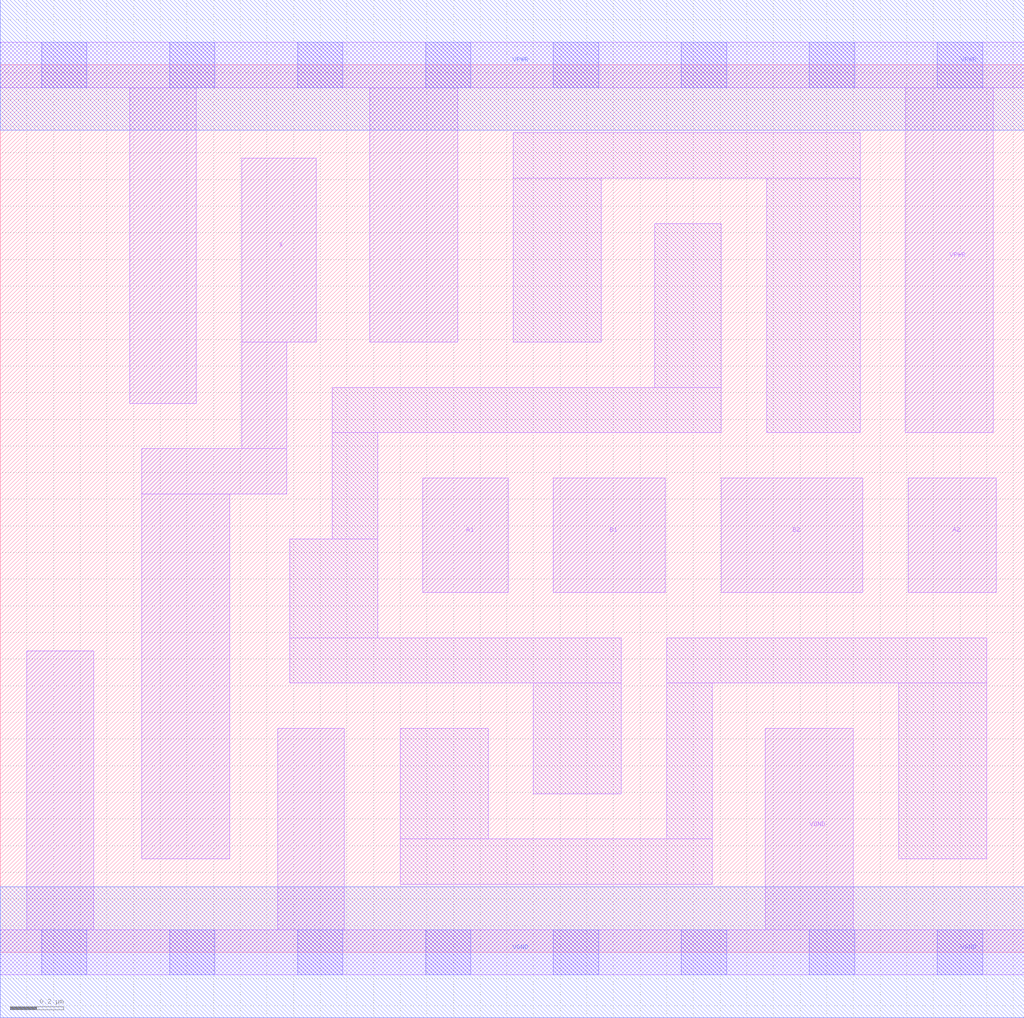
<source format=lef>
# Copyright 2020 The SkyWater PDK Authors
#
# Licensed under the Apache License, Version 2.0 (the "License");
# you may not use this file except in compliance with the License.
# You may obtain a copy of the License at
#
#     https://www.apache.org/licenses/LICENSE-2.0
#
# Unless required by applicable law or agreed to in writing, software
# distributed under the License is distributed on an "AS IS" BASIS,
# WITHOUT WARRANTIES OR CONDITIONS OF ANY KIND, either express or implied.
# See the License for the specific language governing permissions and
# limitations under the License.
#
# SPDX-License-Identifier: Apache-2.0

VERSION 5.7 ;
  NAMESCASESENSITIVE ON ;
  NOWIREEXTENSIONATPIN ON ;
  DIVIDERCHAR "/" ;
  BUSBITCHARS "[]" ;
UNITS
  DATABASE MICRONS 200 ;
END UNITS
MACRO sky130_fd_sc_hs__a22o_2
  CLASS CORE ;
  SOURCE USER ;
  FOREIGN sky130_fd_sc_hs__a22o_2 ;
  ORIGIN  0.000000  0.000000 ;
  SIZE  3.840000 BY  3.330000 ;
  SYMMETRY X Y ;
  SITE unit ;
  PIN A1
    ANTENNAGATEAREA  0.261000 ;
    DIRECTION INPUT ;
    USE SIGNAL ;
    PORT
      LAYER li1 ;
        RECT 1.585000 1.350000 1.905000 1.780000 ;
    END
  END A1
  PIN A2
    ANTENNAGATEAREA  0.261000 ;
    DIRECTION INPUT ;
    USE SIGNAL ;
    PORT
      LAYER li1 ;
        RECT 3.405000 1.350000 3.735000 1.780000 ;
    END
  END A2
  PIN B1
    ANTENNAGATEAREA  0.261000 ;
    DIRECTION INPUT ;
    USE SIGNAL ;
    PORT
      LAYER li1 ;
        RECT 2.075000 1.350000 2.495000 1.780000 ;
    END
  END B1
  PIN B2
    ANTENNAGATEAREA  0.261000 ;
    DIRECTION INPUT ;
    USE SIGNAL ;
    PORT
      LAYER li1 ;
        RECT 2.705000 1.350000 3.235000 1.780000 ;
    END
  END B2
  PIN X
    ANTENNADIFFAREA  0.543200 ;
    DIRECTION OUTPUT ;
    USE SIGNAL ;
    PORT
      LAYER li1 ;
        RECT 0.530000 0.350000 0.860000 1.720000 ;
        RECT 0.530000 1.720000 1.075000 1.890000 ;
        RECT 0.905000 1.890000 1.075000 2.290000 ;
        RECT 0.905000 2.290000 1.185000 2.980000 ;
    END
  END X
  PIN VGND
    DIRECTION INOUT ;
    USE GROUND ;
    PORT
      LAYER li1 ;
        RECT 0.000000 -0.085000 3.840000 0.085000 ;
        RECT 0.100000  0.085000 0.350000 1.130000 ;
        RECT 1.040000  0.085000 1.290000 0.840000 ;
        RECT 2.870000  0.085000 3.200000 0.840000 ;
      LAYER mcon ;
        RECT 0.155000 -0.085000 0.325000 0.085000 ;
        RECT 0.635000 -0.085000 0.805000 0.085000 ;
        RECT 1.115000 -0.085000 1.285000 0.085000 ;
        RECT 1.595000 -0.085000 1.765000 0.085000 ;
        RECT 2.075000 -0.085000 2.245000 0.085000 ;
        RECT 2.555000 -0.085000 2.725000 0.085000 ;
        RECT 3.035000 -0.085000 3.205000 0.085000 ;
        RECT 3.515000 -0.085000 3.685000 0.085000 ;
      LAYER met1 ;
        RECT 0.000000 -0.245000 3.840000 0.245000 ;
    END
  END VGND
  PIN VPWR
    DIRECTION INOUT ;
    USE POWER ;
    PORT
      LAYER li1 ;
        RECT 0.000000 3.245000 3.840000 3.415000 ;
        RECT 0.485000 2.060000 0.735000 3.245000 ;
        RECT 1.385000 2.290000 1.715000 3.245000 ;
        RECT 3.395000 1.950000 3.725000 3.245000 ;
      LAYER mcon ;
        RECT 0.155000 3.245000 0.325000 3.415000 ;
        RECT 0.635000 3.245000 0.805000 3.415000 ;
        RECT 1.115000 3.245000 1.285000 3.415000 ;
        RECT 1.595000 3.245000 1.765000 3.415000 ;
        RECT 2.075000 3.245000 2.245000 3.415000 ;
        RECT 2.555000 3.245000 2.725000 3.415000 ;
        RECT 3.035000 3.245000 3.205000 3.415000 ;
        RECT 3.515000 3.245000 3.685000 3.415000 ;
      LAYER met1 ;
        RECT 0.000000 3.085000 3.840000 3.575000 ;
    END
  END VPWR
  OBS
    LAYER li1 ;
      RECT 1.085000 1.010000 2.330000 1.180000 ;
      RECT 1.085000 1.180000 1.415000 1.550000 ;
      RECT 1.245000 1.550000 1.415000 1.950000 ;
      RECT 1.245000 1.950000 2.705000 2.120000 ;
      RECT 1.500000 0.255000 2.670000 0.425000 ;
      RECT 1.500000 0.425000 1.830000 0.840000 ;
      RECT 1.925000 2.290000 2.255000 2.905000 ;
      RECT 1.925000 2.905000 3.225000 3.075000 ;
      RECT 2.000000 0.595000 2.330000 1.010000 ;
      RECT 2.455000 2.120000 2.705000 2.735000 ;
      RECT 2.500000 0.425000 2.670000 1.010000 ;
      RECT 2.500000 1.010000 3.700000 1.180000 ;
      RECT 2.875000 1.950000 3.225000 2.905000 ;
      RECT 3.370000 0.350000 3.700000 1.010000 ;
  END
END sky130_fd_sc_hs__a22o_2

</source>
